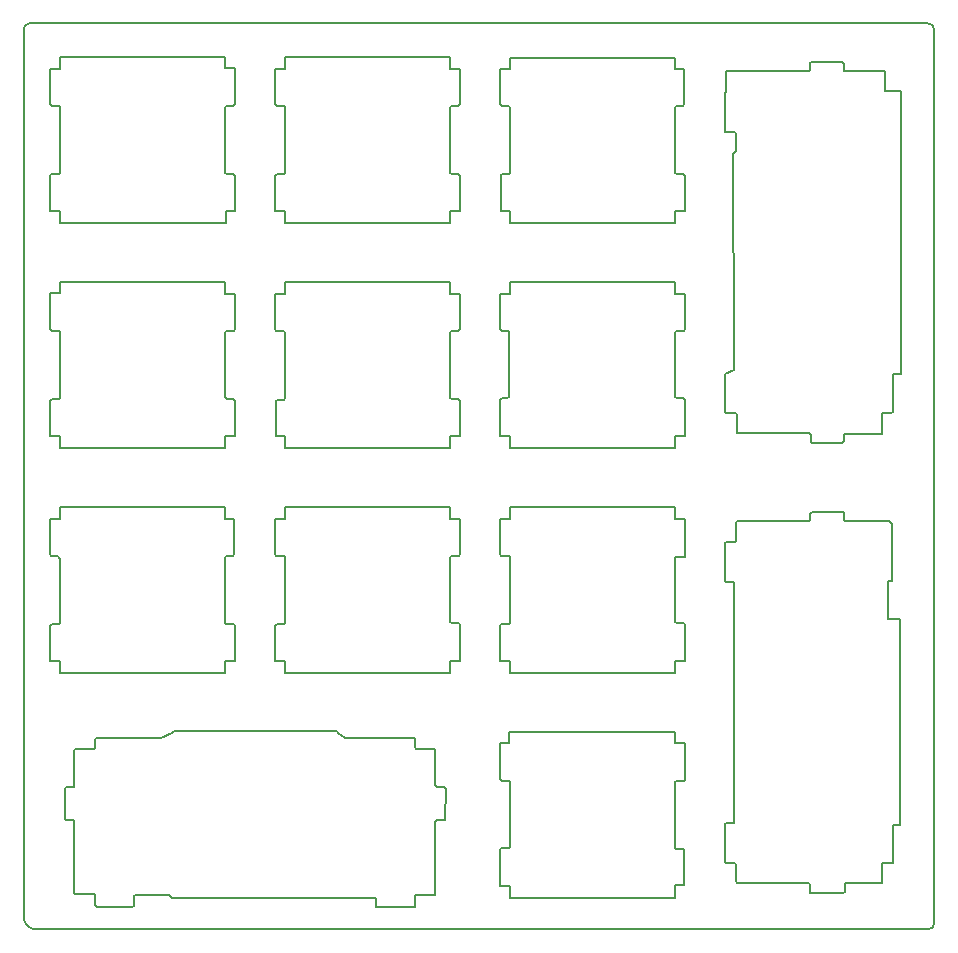
<source format=gm1>
G04 #@! TF.GenerationSoftware,KiCad,Pcbnew,(5.1.9)-1*
G04 #@! TF.CreationDate,2021-05-26T14:18:42+01:00*
G04 #@! TF.ProjectId,AutoPilotPlate,4175746f-5069-46c6-9f74-506c6174652e,rev?*
G04 #@! TF.SameCoordinates,Original*
G04 #@! TF.FileFunction,Profile,NP*
%FSLAX46Y46*%
G04 Gerber Fmt 4.6, Leading zero omitted, Abs format (unit mm)*
G04 Created by KiCad (PCBNEW (5.1.9)-1) date 2021-05-26 14:18:42*
%MOMM*%
%LPD*%
G01*
G04 APERTURE LIST*
G04 #@! TA.AperFunction,Profile*
%ADD10C,0.150000*%
G04 #@! TD*
G04 APERTURE END LIST*
D10*
X172212000Y-123444000D02*
X172593000Y-123444000D01*
X172212000Y-126619000D02*
X172212000Y-123444000D01*
X155041600Y-121361200D02*
X155041600Y-121158000D01*
X154228800Y-121361200D02*
X155041600Y-121361200D01*
X172339000Y-118364000D02*
X171551600Y-118364000D01*
X172593000Y-118618000D02*
X172339000Y-118364000D01*
X172593000Y-120015000D02*
X172593000Y-118618000D01*
X172593000Y-123444000D02*
X172593000Y-120015000D01*
X173228000Y-126619000D02*
X172212000Y-126619000D01*
X173228000Y-144068800D02*
X173228000Y-126619000D01*
X159156400Y-123494800D02*
X158496000Y-123494800D01*
X159156400Y-126695200D02*
X159156400Y-123494800D01*
X133858000Y-149987000D02*
X133908800Y-149910800D01*
X132207000Y-149987000D02*
X133858000Y-149987000D01*
X132207000Y-151003000D02*
X132207000Y-149987000D01*
X128905000Y-151003000D02*
X132207000Y-151003000D01*
X128905000Y-150368000D02*
X128905000Y-151003000D01*
X128778000Y-150241000D02*
X128905000Y-150368000D01*
X108458000Y-149987000D02*
X108356400Y-150114000D01*
X111379000Y-149987000D02*
X108458000Y-149987000D01*
X111633000Y-150241000D02*
X111379000Y-149987000D01*
X128778000Y-150241000D02*
X111633000Y-150241000D01*
X171958000Y-80264000D02*
X171627800Y-80264000D01*
X172618400Y-105918000D02*
X173355000Y-105918000D01*
X172618400Y-105918000D02*
X172618400Y-109067600D01*
X173355000Y-102870000D02*
X173355000Y-105918000D01*
X171958000Y-81915000D02*
X171958000Y-80264000D01*
X172720000Y-81915000D02*
X171958000Y-81915000D01*
X173355000Y-81915000D02*
X173355000Y-102870000D01*
X172720000Y-81915000D02*
X173355000Y-81915000D01*
X158546800Y-80264000D02*
X165506400Y-80264000D01*
X158546800Y-80264000D02*
X158546800Y-80365600D01*
X158546800Y-81940400D02*
X158546800Y-80365600D01*
X158521400Y-81991200D02*
X158546800Y-81940400D01*
X171704000Y-110947200D02*
X171704000Y-110794800D01*
X168478200Y-110947200D02*
X171704000Y-110947200D01*
X165684200Y-111023400D02*
X165582600Y-110871000D01*
X159156400Y-105562400D02*
X158394400Y-105867200D01*
X100076000Y-152908000D02*
X100038800Y-152905575D01*
X159131000Y-87249000D02*
X159385000Y-86995000D01*
X159131000Y-88620600D02*
X159131000Y-87249000D01*
X110693200Y-136702800D02*
X111607600Y-136245600D01*
X108305600Y-136702800D02*
X110693200Y-136702800D01*
X126238000Y-136702800D02*
X125679200Y-136296400D01*
X128981200Y-136702800D02*
X126238000Y-136702800D01*
X159156400Y-102489000D02*
X159156400Y-105562400D01*
X172669200Y-144068800D02*
X172669200Y-144119600D01*
X173228000Y-144068800D02*
X172669200Y-144068800D01*
X158648400Y-143865600D02*
X158546800Y-143916400D01*
X159156400Y-143865600D02*
X158648400Y-143865600D01*
X159156400Y-140563600D02*
X159156400Y-143865600D01*
X100038800Y-152905575D02*
G75*
G02*
X99060000Y-151790400I87999J1064376D01*
G01*
X116179600Y-93065600D02*
X116128800Y-93065600D01*
X116179600Y-92049600D02*
X116179600Y-93065600D01*
X116941600Y-92049600D02*
X116179600Y-92049600D01*
X116941600Y-89103200D02*
X116941600Y-92049600D01*
X116890800Y-89052400D02*
X116941600Y-89103200D01*
X116789200Y-88950800D02*
X116890800Y-89052400D01*
X116230400Y-88950800D02*
X116789200Y-88950800D01*
X116128800Y-88849200D02*
X116230400Y-88950800D01*
X116128800Y-83261200D02*
X116128800Y-88849200D01*
X116230400Y-83159600D02*
X116128800Y-83261200D01*
X116789200Y-83159600D02*
X116230400Y-83159600D01*
X116941600Y-83058000D02*
X116789200Y-83159600D01*
X116941600Y-80010000D02*
X116941600Y-83058000D01*
X116128800Y-80010000D02*
X116941600Y-80010000D01*
X116128800Y-79044800D02*
X116128800Y-80010000D01*
X102108000Y-79044800D02*
X116128800Y-79044800D01*
X102108000Y-80060800D02*
X102108000Y-79044800D01*
X101295200Y-80060800D02*
X102108000Y-80060800D01*
X101295200Y-83058000D02*
X101295200Y-80060800D01*
X101447600Y-83159600D02*
X101295200Y-83058000D01*
X102006400Y-83159600D02*
X101447600Y-83159600D01*
X102108000Y-83312000D02*
X102006400Y-83159600D01*
X102108000Y-88849200D02*
X102108000Y-83312000D01*
X102006400Y-88950800D02*
X102108000Y-88849200D01*
X101396800Y-88950800D02*
X102006400Y-88950800D01*
X101295200Y-89103200D02*
X101396800Y-88950800D01*
X101295200Y-92049600D02*
X101295200Y-89103200D01*
X102108000Y-92049600D02*
X101295200Y-92049600D01*
X102108000Y-93065600D02*
X102108000Y-92049600D01*
X116128800Y-93065600D02*
X102108000Y-93065600D01*
X135178800Y-92049600D02*
X135178800Y-93065600D01*
X135991600Y-92049600D02*
X135178800Y-92049600D01*
X135991600Y-89103200D02*
X135991600Y-92049600D01*
X135839200Y-88950800D02*
X135991600Y-89103200D01*
X135280400Y-88950800D02*
X135839200Y-88950800D01*
X135178800Y-88849200D02*
X135280400Y-88950800D01*
X135178800Y-83261200D02*
X135178800Y-88849200D01*
X135280400Y-83159600D02*
X135178800Y-83261200D01*
X135839200Y-83159600D02*
X135280400Y-83159600D01*
X135991600Y-83007200D02*
X135839200Y-83159600D01*
X135991600Y-80060800D02*
X135991600Y-83007200D01*
X135178800Y-80060800D02*
X135991600Y-80060800D01*
X135178800Y-79044800D02*
X135178800Y-80060800D01*
X121158000Y-79044800D02*
X135178800Y-79044800D01*
X121158000Y-80060800D02*
X121158000Y-79044800D01*
X120345200Y-80060800D02*
X121158000Y-80060800D01*
X120345200Y-83007200D02*
X120345200Y-80060800D01*
X120497600Y-83159600D02*
X120345200Y-83007200D01*
X121056400Y-83159600D02*
X120497600Y-83159600D01*
X121158000Y-83261200D02*
X121056400Y-83159600D01*
X121158000Y-88849200D02*
X121158000Y-83261200D01*
X121056400Y-88950800D02*
X121158000Y-88849200D01*
X120497600Y-88950800D02*
X121056400Y-88950800D01*
X120345200Y-89103200D02*
X120497600Y-88950800D01*
X120345200Y-92100400D02*
X120345200Y-89103200D01*
X121158000Y-92100400D02*
X120345200Y-92100400D01*
X121158000Y-93065600D02*
X121158000Y-92100400D01*
X135178800Y-93065600D02*
X121158000Y-93065600D01*
X154228800Y-93065600D02*
X140208000Y-93065600D01*
X140208000Y-92049600D02*
X140208000Y-93065600D01*
X139446000Y-92049600D02*
X140208000Y-92049600D01*
X139446000Y-89052400D02*
X139446000Y-92049600D01*
X139547600Y-88950800D02*
X139446000Y-89052400D01*
X140106400Y-88950800D02*
X139547600Y-88950800D01*
X140208000Y-88849200D02*
X140106400Y-88950800D01*
X140208000Y-83261200D02*
X140208000Y-88849200D01*
X140055600Y-83159600D02*
X140208000Y-83261200D01*
X139547600Y-83159600D02*
X140055600Y-83159600D01*
X139395200Y-83007200D02*
X139547600Y-83159600D01*
X139395200Y-80060800D02*
X139395200Y-83007200D01*
X140208000Y-80060800D02*
X139395200Y-80060800D01*
X140208000Y-79095600D02*
X140208000Y-80060800D01*
X154228800Y-79095600D02*
X140208000Y-79095600D01*
X154228800Y-80060800D02*
X154228800Y-79095600D01*
X154990800Y-80060800D02*
X154228800Y-80060800D01*
X154990800Y-83058000D02*
X154990800Y-80060800D01*
X154889200Y-83159600D02*
X154990800Y-83058000D01*
X154330400Y-83159600D02*
X154889200Y-83159600D01*
X154228800Y-83312000D02*
X154330400Y-83159600D01*
X154228800Y-88849200D02*
X154228800Y-83312000D01*
X154381200Y-88950800D02*
X154228800Y-88849200D01*
X154889200Y-88950800D02*
X154381200Y-88950800D01*
X155041600Y-89103200D02*
X154889200Y-88950800D01*
X155041600Y-92100400D02*
X155041600Y-89103200D01*
X154228800Y-92100400D02*
X155041600Y-92100400D01*
X154228800Y-93065600D02*
X154228800Y-92100400D01*
X140208000Y-99110800D02*
X139395200Y-99110800D01*
X140208000Y-98094800D02*
X140208000Y-99110800D01*
X154228800Y-98094800D02*
X140208000Y-98094800D01*
X154228800Y-99110800D02*
X154228800Y-98094800D01*
X155041600Y-99110800D02*
X154228800Y-99110800D01*
X155041600Y-102108000D02*
X155041600Y-99110800D01*
X154940000Y-102209600D02*
X155041600Y-102108000D01*
X154330400Y-102209600D02*
X154940000Y-102209600D01*
X154228800Y-102311200D02*
X154330400Y-102209600D01*
X154228800Y-107797600D02*
X154228800Y-102311200D01*
X154330400Y-107950000D02*
X154228800Y-107797600D01*
X154889200Y-107950000D02*
X154330400Y-107950000D01*
X155041600Y-108102400D02*
X154889200Y-107950000D01*
X155041600Y-111150400D02*
X155041600Y-108102400D01*
X154228800Y-111150400D02*
X155041600Y-111150400D01*
X154228800Y-112115600D02*
X154228800Y-111150400D01*
X140208000Y-112115600D02*
X154228800Y-112115600D01*
X140208000Y-111099600D02*
X140208000Y-112115600D01*
X139395200Y-111099600D02*
X140208000Y-111099600D01*
X139395200Y-108102400D02*
X139395200Y-111099600D01*
X139547600Y-107950000D02*
X139395200Y-108102400D01*
X140004800Y-107950000D02*
X139547600Y-107950000D01*
X140157200Y-107848400D02*
X140004800Y-107950000D01*
X140157200Y-102362000D02*
X140157200Y-107848400D01*
X140055600Y-102260400D02*
X140157200Y-102362000D01*
X139547600Y-102260400D02*
X140055600Y-102260400D01*
X139395200Y-102108000D02*
X139547600Y-102260400D01*
X139395200Y-99110800D02*
X139395200Y-102108000D01*
X121158000Y-99110800D02*
X120345200Y-99110800D01*
X121158000Y-98094800D02*
X121158000Y-99110800D01*
X135178800Y-98094800D02*
X121158000Y-98094800D01*
X135178800Y-99110800D02*
X135178800Y-98094800D01*
X135991600Y-99110800D02*
X135178800Y-99110800D01*
X135991600Y-102057200D02*
X135991600Y-99110800D01*
X135839200Y-102209600D02*
X135991600Y-102057200D01*
X135280400Y-102209600D02*
X135839200Y-102209600D01*
X135178800Y-102311200D02*
X135280400Y-102209600D01*
X135178800Y-107899200D02*
X135178800Y-102311200D01*
X135280400Y-108000800D02*
X135178800Y-107899200D01*
X135839200Y-108000800D02*
X135280400Y-108000800D01*
X135991600Y-108153200D02*
X135839200Y-108000800D01*
X135991600Y-111099600D02*
X135991600Y-108153200D01*
X135178800Y-111099600D02*
X135991600Y-111099600D01*
X135178800Y-111150400D02*
X135178800Y-111099600D01*
X135178800Y-112115600D02*
X135178800Y-111150400D01*
X121158000Y-112115600D02*
X135178800Y-112115600D01*
X121158000Y-111099600D02*
X121158000Y-112115600D01*
X120396000Y-111099600D02*
X121158000Y-111099600D01*
X120396000Y-108153200D02*
X120396000Y-111099600D01*
X120497600Y-108051600D02*
X120396000Y-108153200D01*
X121056400Y-108051600D02*
X120497600Y-108051600D01*
X121158000Y-107950000D02*
X121056400Y-108051600D01*
X121158000Y-102362000D02*
X121158000Y-107950000D01*
X121005600Y-102209600D02*
X121158000Y-102362000D01*
X120446800Y-102209600D02*
X121005600Y-102209600D01*
X120345200Y-102108000D02*
X120446800Y-102209600D01*
X120345200Y-102006400D02*
X120345200Y-102108000D01*
X120345200Y-99110800D02*
X120345200Y-102006400D01*
X101447600Y-108000800D02*
X101320600Y-108127800D01*
X102006400Y-108000800D02*
X101447600Y-108000800D01*
X102108000Y-107899200D02*
X102006400Y-108000800D01*
X102108000Y-102311200D02*
X102108000Y-107899200D01*
X102006400Y-102209600D02*
X102108000Y-102311200D01*
X101447600Y-102209600D02*
X102006400Y-102209600D01*
X101295200Y-102057200D02*
X101447600Y-102209600D01*
X101295200Y-99060000D02*
X101295200Y-102057200D01*
X102108000Y-99060000D02*
X101295200Y-99060000D01*
X102108000Y-98094800D02*
X102108000Y-99060000D01*
X116128800Y-98094800D02*
X102108000Y-98094800D01*
X116128800Y-99110800D02*
X116128800Y-98094800D01*
X116941600Y-99110800D02*
X116128800Y-99110800D01*
X116941600Y-102108000D02*
X116941600Y-99110800D01*
X116840000Y-102209600D02*
X116941600Y-102108000D01*
X116281200Y-102209600D02*
X116840000Y-102209600D01*
X116128800Y-102362000D02*
X116281200Y-102209600D01*
X116128800Y-107848400D02*
X116128800Y-102362000D01*
X116281200Y-108000800D02*
X116128800Y-107848400D01*
X116789200Y-108000800D02*
X116281200Y-108000800D01*
X116941600Y-108153200D02*
X116789200Y-108000800D01*
X116941600Y-111150400D02*
X116941600Y-108153200D01*
X116128800Y-111150400D02*
X116941600Y-111150400D01*
X116128800Y-112115600D02*
X116128800Y-111150400D01*
X102108000Y-112115600D02*
X116128800Y-112115600D01*
X102108000Y-111099600D02*
X102108000Y-112115600D01*
X101320600Y-111099600D02*
X102108000Y-111099600D01*
X101320600Y-108127800D02*
X101320600Y-111099600D01*
X140208000Y-118160800D02*
X140208000Y-117144800D01*
X139395200Y-118160800D02*
X140208000Y-118160800D01*
X139395200Y-121158000D02*
X139395200Y-118160800D01*
X139496800Y-121259600D02*
X139395200Y-121158000D01*
X140106400Y-121259600D02*
X139496800Y-121259600D01*
X140208000Y-121361200D02*
X140106400Y-121259600D01*
X140208000Y-126949200D02*
X140208000Y-121361200D01*
X140106400Y-127050800D02*
X140208000Y-126949200D01*
X139496800Y-127050800D02*
X140106400Y-127050800D01*
X139395200Y-127203200D02*
X139496800Y-127050800D01*
X139395200Y-130200400D02*
X139395200Y-127203200D01*
X139446000Y-130200400D02*
X139395200Y-130200400D01*
X140208000Y-130200400D02*
X139446000Y-130200400D01*
X140208000Y-131165600D02*
X140208000Y-130200400D01*
X154228800Y-131165600D02*
X140208000Y-131165600D01*
X154228800Y-130149600D02*
X154228800Y-131165600D01*
X155041600Y-130149600D02*
X154228800Y-130149600D01*
X155041600Y-127101600D02*
X155041600Y-130149600D01*
X154940000Y-127000000D02*
X155041600Y-127101600D01*
X154330400Y-127000000D02*
X154940000Y-127000000D01*
X154228800Y-126898400D02*
X154330400Y-127000000D01*
X154228800Y-121361200D02*
X154228800Y-126898400D01*
X155041600Y-118160800D02*
X155041600Y-121158000D01*
X154228800Y-118160800D02*
X155041600Y-118160800D01*
X154228800Y-117144800D02*
X154228800Y-118160800D01*
X140208000Y-117144800D02*
X154228800Y-117144800D01*
X121158000Y-130149600D02*
X121158000Y-131165600D01*
X120345200Y-130149600D02*
X121158000Y-130149600D01*
X120345200Y-127203200D02*
X120345200Y-130149600D01*
X120497600Y-127050800D02*
X120345200Y-127203200D01*
X121056400Y-127050800D02*
X120497600Y-127050800D01*
X121158000Y-126949200D02*
X121056400Y-127050800D01*
X121158000Y-121361200D02*
X121158000Y-126949200D01*
X121107200Y-121259600D02*
X121158000Y-121361200D01*
X120446800Y-121259600D02*
X121107200Y-121259600D01*
X120345200Y-121158000D02*
X120446800Y-121259600D01*
X120345200Y-118160800D02*
X120345200Y-121158000D01*
X121158000Y-118160800D02*
X120345200Y-118160800D01*
X121158000Y-117144800D02*
X121158000Y-118160800D01*
X135178800Y-117144800D02*
X121158000Y-117144800D01*
X135178800Y-118160800D02*
X135178800Y-117144800D01*
X135991600Y-118160800D02*
X135178800Y-118160800D01*
X135991600Y-121158000D02*
X135991600Y-118160800D01*
X135890000Y-121259600D02*
X135991600Y-121158000D01*
X135280400Y-121259600D02*
X135890000Y-121259600D01*
X135178800Y-121361200D02*
X135280400Y-121259600D01*
X135178800Y-126847600D02*
X135178800Y-121361200D01*
X135331200Y-127000000D02*
X135178800Y-126847600D01*
X135890000Y-127000000D02*
X135331200Y-127000000D01*
X135991600Y-127152400D02*
X135890000Y-127000000D01*
X135991600Y-130200400D02*
X135991600Y-127152400D01*
X135178800Y-130200400D02*
X135991600Y-130200400D01*
X135178800Y-131165600D02*
X135178800Y-130200400D01*
X121158000Y-131165600D02*
X135178800Y-131165600D01*
X116128800Y-118160800D02*
X116128800Y-117144800D01*
X116890800Y-118160800D02*
X116128800Y-118160800D01*
X116890800Y-121158000D02*
X116890800Y-118160800D01*
X116789200Y-121259600D02*
X116890800Y-121158000D01*
X116230400Y-121259600D02*
X116789200Y-121259600D01*
X116128800Y-121361200D02*
X116230400Y-121259600D01*
X116128800Y-126949200D02*
X116128800Y-121361200D01*
X116179600Y-127050800D02*
X116128800Y-126949200D01*
X116789200Y-127050800D02*
X116179600Y-127050800D01*
X116941600Y-127152400D02*
X116789200Y-127050800D01*
X116941600Y-130149600D02*
X116941600Y-127152400D01*
X116128800Y-130149600D02*
X116941600Y-130149600D01*
X116128800Y-131165600D02*
X116128800Y-130149600D01*
X102108000Y-131165600D02*
X116128800Y-131165600D01*
X102108000Y-130149600D02*
X102108000Y-131165600D01*
X101295200Y-130149600D02*
X102108000Y-130149600D01*
X101295200Y-127203200D02*
X101295200Y-130149600D01*
X101447600Y-127050800D02*
X101295200Y-127203200D01*
X102006400Y-127050800D02*
X101447600Y-127050800D01*
X102108000Y-126949200D02*
X102006400Y-127050800D01*
X102108000Y-121513600D02*
X102108000Y-126949200D01*
X102057200Y-121462800D02*
X102108000Y-121513600D01*
X101955600Y-121310400D02*
X102057200Y-121462800D01*
X101346000Y-121310400D02*
X101955600Y-121310400D01*
X101295200Y-121158000D02*
X101346000Y-121310400D01*
X101295200Y-118160800D02*
X101295200Y-121158000D01*
X102108000Y-118160800D02*
X101295200Y-118160800D01*
X102108000Y-117144800D02*
X102108000Y-118160800D01*
X116128800Y-117144800D02*
X102108000Y-117144800D01*
X133908800Y-143713200D02*
X133908800Y-149910800D01*
X134112000Y-143662400D02*
X133908800Y-143713200D01*
X134670800Y-143662400D02*
X134112000Y-143662400D01*
X134721600Y-143611600D02*
X134670800Y-143662400D01*
X134772400Y-140970000D02*
X134721600Y-143611600D01*
X134721600Y-140919200D02*
X134772400Y-140970000D01*
X134620000Y-140868400D02*
X134721600Y-140919200D01*
X134061200Y-140868400D02*
X134112000Y-140868400D01*
X133908800Y-140716000D02*
X134061200Y-140868400D01*
X134112000Y-140868400D02*
X134620000Y-140868400D01*
X133908800Y-137718800D02*
X133908800Y-140716000D01*
X133858000Y-137617200D02*
X133908800Y-137718800D01*
X132232400Y-137617200D02*
X133858000Y-137617200D01*
X132181600Y-137464800D02*
X132232400Y-137617200D01*
X132181600Y-136804400D02*
X132181600Y-137464800D01*
X132130800Y-136702800D02*
X132181600Y-136804400D01*
X128981200Y-136702800D02*
X132130800Y-136702800D01*
X125577600Y-136144000D02*
X125679200Y-136296400D01*
X111810800Y-136144000D02*
X125577600Y-136144000D01*
X111607600Y-136245600D02*
X111810800Y-136144000D01*
X105257600Y-136702800D02*
X108305600Y-136702800D01*
X105105200Y-136753600D02*
X105257600Y-136702800D01*
X105105200Y-137515600D02*
X105105200Y-136753600D01*
X105003600Y-137617200D02*
X105105200Y-137515600D01*
X103378000Y-137617200D02*
X105003600Y-137617200D01*
X103327200Y-137820400D02*
X103378000Y-137617200D01*
X103327200Y-140817600D02*
X103327200Y-137820400D01*
X103174800Y-140868400D02*
X103327200Y-140817600D01*
X102616000Y-140868400D02*
X103174800Y-140868400D01*
X102514400Y-141020800D02*
X102616000Y-140868400D01*
X102514400Y-143560800D02*
X102514400Y-141020800D01*
X102666800Y-143662400D02*
X102514400Y-143560800D01*
X103225600Y-143662400D02*
X102666800Y-143662400D01*
X103327200Y-143764000D02*
X103225600Y-143662400D01*
X103327200Y-149809200D02*
X103327200Y-143764000D01*
X103378000Y-149910800D02*
X103327200Y-149809200D01*
X105003600Y-149910800D02*
X103378000Y-149910800D01*
X105054400Y-149961600D02*
X105003600Y-149910800D01*
X105054400Y-149961600D02*
X105054400Y-150012400D01*
X105054400Y-150825200D02*
X105054400Y-150012400D01*
X105257600Y-150977600D02*
X105054400Y-150825200D01*
X108254800Y-150977600D02*
X105257600Y-150977600D01*
X108356400Y-150926800D02*
X108254800Y-150977600D01*
X108356400Y-150114000D02*
X108356400Y-150926800D01*
X154228800Y-149199600D02*
X154228800Y-150215600D01*
X154228800Y-149148800D02*
X154228800Y-149199600D01*
X154990800Y-149148800D02*
X154228800Y-149148800D01*
X154990800Y-146202400D02*
X154990800Y-149148800D01*
X154838400Y-146100800D02*
X154990800Y-146202400D01*
X154279600Y-146100800D02*
X154838400Y-146100800D01*
X154228800Y-145999200D02*
X154279600Y-146100800D01*
X154228800Y-140411200D02*
X154228800Y-145999200D01*
X154279600Y-140360400D02*
X154228800Y-140411200D01*
X154940000Y-140360400D02*
X154279600Y-140360400D01*
X155041600Y-140258800D02*
X154940000Y-140360400D01*
X155041600Y-137160000D02*
X155041600Y-140258800D01*
X154228800Y-137160000D02*
X155041600Y-137160000D01*
X154228800Y-136194800D02*
X154228800Y-137160000D01*
X140157200Y-136194800D02*
X154228800Y-136194800D01*
X140157200Y-137160000D02*
X140157200Y-136194800D01*
X139395200Y-137160000D02*
X140157200Y-137160000D01*
X139395200Y-140208000D02*
X139395200Y-137160000D01*
X139547600Y-140360400D02*
X139395200Y-140208000D01*
X140106400Y-140360400D02*
X139547600Y-140360400D01*
X140208000Y-140462000D02*
X140106400Y-140360400D01*
X140208000Y-145948400D02*
X140208000Y-140462000D01*
X140106400Y-146050000D02*
X140208000Y-145948400D01*
X139496800Y-146050000D02*
X140106400Y-146050000D01*
X139395200Y-146151600D02*
X139496800Y-146050000D01*
X139395200Y-149250400D02*
X139395200Y-146151600D01*
X140208000Y-149250400D02*
X139395200Y-149250400D01*
X140208000Y-150215600D02*
X140208000Y-149250400D01*
X154228800Y-150215600D02*
X140208000Y-150215600D01*
X159359600Y-118414800D02*
X159562800Y-118364000D01*
X159359600Y-119989600D02*
X159359600Y-118414800D01*
X159258000Y-120091200D02*
X159359600Y-119989600D01*
X158496000Y-120091200D02*
X159258000Y-120091200D01*
X158394400Y-120192800D02*
X158496000Y-120091200D01*
X158394400Y-123393200D02*
X158394400Y-120192800D01*
X158496000Y-123494800D02*
X158394400Y-123393200D01*
X159156400Y-140563600D02*
X159156400Y-126695200D01*
X158394400Y-144018000D02*
X158546800Y-143916400D01*
X158394400Y-147167600D02*
X158394400Y-144018000D01*
X158546800Y-147269200D02*
X158394400Y-147167600D01*
X159258000Y-147269200D02*
X158546800Y-147269200D01*
X159359600Y-147421600D02*
X159258000Y-147269200D01*
X159359600Y-148793200D02*
X159359600Y-147421600D01*
X159461200Y-148996400D02*
X159359600Y-148793200D01*
X165557200Y-148996400D02*
X159461200Y-148996400D01*
X165658800Y-149148800D02*
X165557200Y-148996400D01*
X165658800Y-149809200D02*
X165658800Y-149148800D01*
X168452800Y-149809200D02*
X165658800Y-149809200D01*
X168554400Y-149758400D02*
X168452800Y-149809200D01*
X168554400Y-149047200D02*
X168554400Y-149758400D01*
X168605200Y-148996400D02*
X168554400Y-149047200D01*
X171653200Y-148996400D02*
X168605200Y-148996400D01*
X171754800Y-148945600D02*
X171653200Y-148996400D01*
X171754800Y-148844000D02*
X171754800Y-148945600D01*
X171754800Y-147320000D02*
X171754800Y-148844000D01*
X171805600Y-147269200D02*
X171754800Y-147320000D01*
X172618400Y-147269200D02*
X171805600Y-147269200D01*
X172669200Y-147218400D02*
X172618400Y-147269200D01*
X172669200Y-144119600D02*
X172669200Y-147218400D01*
X168554400Y-118364000D02*
X171551600Y-118364000D01*
X168503600Y-118262400D02*
X168554400Y-118364000D01*
X168503600Y-117652800D02*
X168503600Y-118262400D01*
X168402000Y-117551200D02*
X168503600Y-117652800D01*
X165760400Y-117551200D02*
X168402000Y-117551200D01*
X165658800Y-117703600D02*
X165760400Y-117551200D01*
X165658800Y-118211600D02*
X165658800Y-117703600D01*
X165506400Y-118364000D02*
X165658800Y-118211600D01*
X159562800Y-118364000D02*
X165506400Y-118364000D01*
X168554400Y-80264000D02*
X171627800Y-80264000D01*
X168503600Y-80187800D02*
X168554400Y-80264000D01*
X168503600Y-79578200D02*
X168503600Y-80187800D01*
X168452800Y-79527400D02*
X168503600Y-79578200D01*
X168376600Y-79451200D02*
X168452800Y-79527400D01*
X165735000Y-79451200D02*
X168376600Y-79451200D01*
X165633400Y-79552800D02*
X165735000Y-79451200D01*
X165633400Y-80137000D02*
X165633400Y-79552800D01*
X165506400Y-80264000D02*
X165633400Y-80137000D01*
X158419800Y-82092800D02*
X158521400Y-81991200D01*
X158419800Y-85369400D02*
X158419800Y-82092800D01*
X159232600Y-85369400D02*
X158419800Y-85369400D01*
X159385000Y-85445600D02*
X159232600Y-85369400D01*
X159385000Y-86995000D02*
X159385000Y-85445600D01*
X159156400Y-102489000D02*
X159131000Y-88620600D01*
X158394400Y-109067600D02*
X158394400Y-105867200D01*
X158419800Y-109093000D02*
X158394400Y-109067600D01*
X158546800Y-109143800D02*
X158419800Y-109093000D01*
X159334200Y-109143800D02*
X158546800Y-109143800D01*
X159410400Y-109321600D02*
X159334200Y-109143800D01*
X159410400Y-110718600D02*
X159410400Y-109321600D01*
X159410400Y-110871000D02*
X159410400Y-110718600D01*
X159461200Y-110871000D02*
X159410400Y-110871000D01*
X165582600Y-110871000D02*
X159461200Y-110871000D01*
X165684200Y-111633000D02*
X165684200Y-111023400D01*
X165785800Y-111683800D02*
X165684200Y-111633000D01*
X168376600Y-111683800D02*
X165785800Y-111683800D01*
X168478200Y-111556800D02*
X168376600Y-111683800D01*
X168478200Y-110947200D02*
X168478200Y-111556800D01*
X171704000Y-110718600D02*
X171704000Y-110794800D01*
X171704000Y-109194600D02*
X171704000Y-110718600D01*
X171881800Y-109143800D02*
X171704000Y-109194600D01*
X172516800Y-109143800D02*
X171881800Y-109143800D01*
X172618400Y-109093000D02*
X172516800Y-109143800D01*
X172618400Y-109067600D02*
X172618400Y-109093000D01*
X175641000Y-76200000D02*
G75*
G02*
X176149000Y-76708000I0J-508000D01*
G01*
X176149000Y-152400000D02*
G75*
G02*
X175641000Y-152908000I-508000J0D01*
G01*
X99060000Y-76708000D02*
G75*
G02*
X99568000Y-76200000I508000J0D01*
G01*
X100076000Y-152908000D02*
X175641000Y-152908000D01*
X176149100Y-152400000D02*
X176149100Y-76708000D01*
X175641000Y-76200000D02*
X99568000Y-76200000D01*
X99060000Y-76708000D02*
X99060000Y-151790400D01*
M02*

</source>
